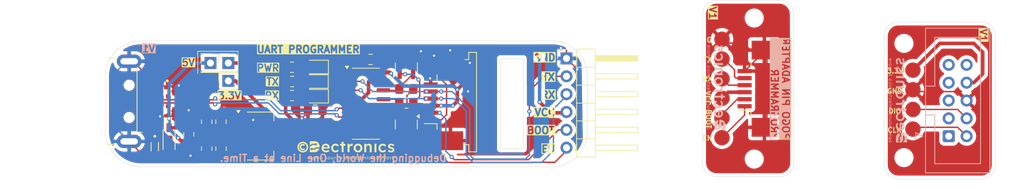
<source format=kicad_pcb>
(kicad_pcb (version 20240108) (generator "pcbnew") (generator_version "8.0")
  (layers (0 "F.Cu" signal) (31 "B.Cu" signal) (34 "B.Paste" user) (35 "F.Paste" user) (36 "B.SilkS" user "B.Silkscreen") (37 "F.SilkS" user "F.Silkscreen") (38 "B.Mask" user) (39 "F.Mask" user) (44 "Edge.Cuts" user))
  (net 0 "")
  (net 1 "VCC")
  (net 2 "GND")
  (net 3 "+3.3V")
  (net 4 "+5V")
  (net 5 "BOOT")
  (net 6 "EN")
  (net 7 "Net-(Q1-B)")
  (net 8 "Net-(Q1-E)")
  (net 9 "Net-(Q2-B)")
  (net 10 "Net-(Q2-E)")
  (net 18 "Net-(D1-A)")
  (net 19 "Net-(D2-A)")
  (net 20 "Net-(D3-A)")
  (net 21 "/D_N")
  (net 22 "/D_P")
  (net 23 "RX")
  (net 24 "TX")
  (net 25 "Net-(J1-VBUS)")
  (net 26 "Net-(D4-PadC)")
  (footprint "Connector_FFC-FPC:TE_84953-6_1x06-1MP_P1.0mm_Horizontal" (layer "F.Cu") (at 205.121002 96.1354 90)
    (property "Reference" "J3" (hide yes))
    (property "Value" "Conn_01x06_MountingPin")
  )
  (footprint "Capacitor_SMD:C_0805_2012Metric_Pad1.18x1.45mm_HandSolder" (layer "F.Cu") (at 129.032 100.838 90)
    (property "Reference" "C3" (hide yes))
    (property "Value" "10uF")
  )
  (footprint "Pogo-Pin 3.5mm:HARWIN_P70-1000045R" (layer "F.Cu") (at 227.203 93.4974)
    (property "Reference" "J14" (hide yes))
    (property "Value" "Conn_01x01_Pin")
  )
  (footprint "Drawings_Customs:Dectronics_Sub_12mm" (layer "F.Cu") (at 147.6248 104.9528)
    (property "Reference" "G***" (hide yes))
    (property "Value" "LOGO" (hide yes))
  )
  (footprint "1N5819HW-7-F:SOD3715X145N" (layer "F.Cu") (at 121.666 103.378 -90)
    (property "Reference" "D4" (hide yes))
    (property "Value" "1N5819HW-7-F")
  )
  (footprint "Connector_USB:USB_A_CNCTech_1001-011-01101_Horizontal" (layer "F.Cu") (at 109.1004 97.9336 180)
    (property "Reference" "J1" (hide yes))
    (property "Value" "USB_A")
  )
  (footprint "Pogo-Pin 3.5mm:HARWIN_P70-1000045R" (layer "F.Cu") (at 200.113002 103.1054)
    (property "Reference" "J5" (hide yes))
    (property "Value" "Conn_01x01_Pin")
  )
  (footprint "Pogo-Pin 3.5mm:HARWIN_P70-1000045R" (layer "F.Cu") (at 227.203 96.2794)
    (property "Reference" "J13" (hide yes))
    (property "Value" "Conn_01x01_Pin")
  )
  (footprint "Capacitor_SMD:C_0805_2012Metric_Pad1.18x1.45mm_HandSolder" (layer "F.Cu") (at 127 100.838 90)
    (property "Reference" "C4" (hide yes))
    (property "Value" "0.1uF")
  )
  (footprint "Pogo-Pin 3.5mm:HARWIN_P70-1000045R" (layer "F.Cu") (at 227.203 99.0854)
    (property "Reference" "J12" (hide yes))
    (property "Value" "Conn_01x01_Pin")
  )
  (footprint "LESD5D5.0CT1G:TVS_LESD5D5.0CT1G" (layer "F.Cu") (at 121.412 96.52 -90)
    (property "Reference" "D5" (hide yes))
    (property "Value" "LESD5D5.0CT1G")
  )
  (footprint "Resistor_SMD:R_0805_2012Metric_Pad1.20x1.40mm_HandSolder" (layer "F.Cu") (at 155.321 98.1686)
    (property "Reference" "R1" (hide yes))
    (property "Value" "10kΩ")
  )
  (footprint "Pogo-Pin 3.5mm:HARWIN_P70-1000045R" (layer "F.Cu") (at 200.113002 94.7174)
    (property "Reference" "J8" (hide yes))
    (property "Value" "Conn_01x01_Pin")
  )
  (footprint "Resistor_SMD:R_0805_2012Metric_Pad1.20x1.40mm_HandSolder" (layer "F.Cu") (at 155.321 96.1686)
    (property "Reference" "R2" (hide yes))
    (property "Value" "10kΩ")
  )
  (footprint "Capacitor_SMD:C_0805_2012Metric_Pad1.18x1.45mm_HandSolder" (layer "F.Cu") (at 129.032 104.648 -90)
    (property "Reference" "C6" (hide yes))
    (property "Value" "0.1uF")
  )
  (footprint "Resistor_SMD:R_0805_2012Metric" (layer "F.Cu") (at 139.1254 95.1136)
    (property "Reference" "R4" (hide yes))
    (property "Value" "1k")
  )
  (footprint "Fuse:Fuse_0805_2012Metric" (layer "F.Cu") (at 124.46 102.616 -90)
    (property "Reference" "F1" (hide yes))
    (property "Value" "Fuse_Small")
  )
  (footprint "Pogo-Pin 3.5mm:HARWIN_P70-1000045R" (layer "F.Cu") (at 200.113002 89.1054)
    (property "Reference" "J10" (hide yes))
    (property "Value" "Conn_01x01_Pin")
  )
  (footprint "Package_TO_SOT_SMD:SOT-23" (layer "F.Cu") (at 155.321 101.2311 -90)
    (property "Reference" "Q2" (hide yes))
    (property "Value" "MMBT3904")
  )
  (footprint "Capacitor_SMD:C_0805_2012Metric_Pad1.18x1.45mm_HandSolder" (layer "F.Cu") (at 142.4004 99.1836)
    (property "Reference" "C1" (hide yes))
    (property "Value" "100nF")
  )
  (footprint "Capacitor_SMD:C_0805_2012Metric_Pad1.18x1.45mm_HandSolder" (layer "F.Cu") (at 127 104.648 -90)
    (property "Reference" "C5" (hide yes))
    (property "Value" "10uF")
  )
  (footprint "Pogo-Pin 3.5mm:HARWIN_P70-1000045R" (layer "F.Cu") (at 200.113002 100.3054)
    (property "Reference" "J6" (hide yes))
    (property "Value" "Conn_01x01_Pin")
  )
  (footprint "Connector_FFC-FPC:TE_84953-6_1x06-1MP_P1.0mm_Horizontal" (layer "F.Cu") (at 160.583 98.044 90)
    (property "Reference" "J4" (hide yes))
    (property "Value" "Conn_01x06_MountingPin")
  )
  (footprint "Capacitor_SMD:C_0805_2012Metric_Pad1.18x1.45mm_HandSolder" (layer "F.Cu") (at 150.2504 91.9686 180)
    (property "Reference" "C2" (hide yes))
    (property "Value" "100nF")
  )
  (footprint "test:VoltageJumper" (layer "F.Cu") (at 129.3334 91.7414)
    (property "Reference" "JP1" (hide yes))
    (property "Value" "Jumper_3_Open")
  )
  (footprint "Resistor_SMD:R_0805_2012Metric" (layer "F.Cu") (at 139.1004 93.0836)
    (property "Reference" "R3" (hide yes))
    (property "Value" "750")
  )
  (footprint "Resistor_SMD:R_0805_2012Metric" (layer "F.Cu") (at 139.1129 97.1136)
    (property "Reference" "R5" (hide yes))
    (property "Value" "1k")
  )
  (footprint "Connector_PinHeader_2.54mm:PinHeader_1x06_P2.54mm_Horizontal" (layer "F.Cu") (at 178.05 91.83)
    (property "Reference" "J2" (hide yes))
    (property "Value" "Conn_01x06_Pin")
  )
  (footprint "LED_SMD:LED_0805_2012Metric" (layer "F.Cu") (at 142.5812 93.0412 180)
    (property "Reference" "D1" (hide yes))
    (property "Value" "LED")
  )
  (footprint "Pogo-Pin 3.5mm:HARWIN_P70-1000045R" (layer "F.Cu") (at 200.113002 97.5054)
    (property "Reference" "J7" (hide yes))
    (property "Value" "Conn_01x01_Pin")
  )
  (footprint "Pogo-Pin 3.5mm:HARWIN_P70-1000045R" (layer "F.Cu") (at 200.113002 91.9234)
    (property "Reference" "J9" (hide yes))
    (property "Value" "Conn_01x01_Pin")
  )
  (footprint "LESD5D5.0CT1G:TVS_LESD5D5.0CT1G" (layer "F.Cu") (at 119.634 104.394 -90)
    (property "Reference" "D7" (hide yes))
    (property "Value" "LESD5D5.0CT1G")
  )
  (footprint "Pogo-Pin 3.5mm:HARWIN_P70-1000045R" (layer "F.Cu") (at 227.203 101.8794)
    (property "Reference" "J11" (hide yes))
    (property "Value" "Conn_01x01_Pin")
  )
  (footprint "Package_SO:SOIC-16_3.9x9.9mm_P1.27mm" (layer "F.Cu") (at 149.606 98.2686)
    (property "Reference" "U1" (hide yes))
    (property "Value" "CH340C")
  )
  (footprint "Package_TO_SOT_SMD:SOT-223-3_TabPin2" (layer "F.Cu") (at 134.62 102.87)
    (property "Reference" "U2" (hide yes))
    (property "Value" "AMS1117-3.3")
  )
  (footprint "LED_SMD:LED_0805_2012Metric" (layer "F.Cu") (at 142.5629 95.1136 180)
    (property "Reference" "D2" (hide yes))
    (property "Value" "LED")
  )
  (footprint "LESD5D5.0CT1G:TVS_LESD5D5.0CT1G" (layer "F.Cu") (at 121.412 99.314 90)
    (property "Reference" "D6" (hide yes))
    (property "Value" "LESD5D5.0CT1G")
  )
  (footprint "Package_TO_SOT_SMD:SOT-23" (layer "F.Cu") (at 155.3323 93.091 90)
    (property "Reference" "Q1" (hide yes))
    (property "Value" "MMBT3904")
  )
  (footprint "LED_SMD:LED_0805_2012Metric" (layer "F.Cu") (at 142.5812 97.2068 180)
    (property "Reference" "D3" (hide yes))
    (property "Value" "LED")
  )
  (footprint "MountingHole:MountingHole_2.2mm_M2" (layer "B.Cu") (at 204.685002 106.1474 180)
    (property "Reference" "H2" (hide yes))
    (property "Value" "MountingHole")
  )
  (footprint "MountingHole:MountingHole_2.2mm_M2" (layer "B.Cu") (at 225.933 89.6874 180)
    (property "Reference" "H3" (hide yes))
    (property "Value" "MountingHole")
  )
  (footprint "Connector_IDC:IDC-Header_2x05_P2.54mm_Vertical" (layer "B.Cu") (at 232.283 102.8954)
    (property "Reference" "J19" (hide yes))
    (property "Value" "Conn_02x05_Odd_Even")
  )
  (footprint "MountingHole:MountingHole_2.2mm_M2" (layer "B.Cu") (at 204.685002 86.0814 180)
    (property "Reference" "H1" (hide yes))
    (property "Value" "MountingHole")
  )
  (footprint "Drawings_Customs:Dectronics_Sub_12mm" (layer "B.Cu") (at 225.0186 97.79 90)
    (property "Reference" "G***" (hide yes))
    (property "Value" "LOGO" (hide yes))
  )
  (footprint "Drawings_Customs:Dectronics_Sub_12mm" (layer "B.Cu") (at 199.249402 95.9366 90)
    (property "Reference" "G***" (hide yes))
    (property "Value" "LOGO" (hide yes))
  )
  (footprint "MountingHole:MountingHole_2.2mm_M2" (layer "B.Cu") (at 225.933 105.9434 180)
    (property "Reference" "H4" (hide yes))
    (property "Value" "MountingHole")
  )
  (gr_line (start 125.73 93.98) (end 125.73 90.805) (stroke (width 0.1)) (layer "F.SilkS"))
  (gr_line (start 125.73 90.805) (end 131.445 90.805) (stroke (width 0.1)) (layer "F.SilkS"))
  (gr_line (start 131.445 90.805) (end 131.445 96.52) (stroke (width 0.1)) (layer "F.SilkS"))
  (gr_arc (start 117.6504 107.2336) (mid 114.114866 105.769134) (end 112.6504 102.2336) (stroke (width 0.05)) (layer "Edge.Cuts"))
  (gr_line (start 208.241002 83.5414) (end 199.351002 83.5414) (stroke (width 0.05)) (layer "Edge.Cuts"))
  (gr_arc (start 112.6504 94.3336) (mid 114.114866 90.798066) (end 117.6504 89.3336) (stroke (width 0.05)) (layer "Edge.Cuts"))
  (gr_line (start 117.6504 107.2336) (end 176 107.2336) (stroke (width 0.05)) (layer "Edge.Cuts"))
  (gr_arc (start 225.139 108.9914) (mid 223.724788 108.405612) (end 223.139 106.9914) (stroke (width 0.05)) (layer "Edge.Cuts"))
  (gr_arc (start 176 89.3336) (mid 179.535534 90.798066) (end 181 94.3336) (stroke (width 0.05)) (layer "Edge.Cuts"))
  (gr_line (start 176 89.3336) (end 117.6504 89.3336) (stroke (width 0.05)) (layer "Edge.Cuts"))
  (gr_arc (start 223.139 88.6394) (mid 223.724786 87.225186) (end 225.139 86.6394) (stroke (width 0.05)) (layer "Edge.Cuts"))
  (gr_arc (start 181 102.2336) (mid 179.535534 105.769134) (end 176 107.2336) (stroke (width 0.05)) (layer "Edge.Cuts"))
  (gr_line (start 199.351002 108.6554) (end 208.305002 108.6554) (stroke (width 0.05)) (layer "Edge.Cuts"))
  (gr_line (start 236.887 86.6394) (end 225.139 86.6394) (stroke (width 0.05)) (layer "Edge.Cuts"))
  (gr_rect (start 168.6814 91.875) (end 171.9334 104.7012) (stroke (width 0.05)) (fill none) (layer "Edge.Cuts"))
  (gr_line (start 181 94.3336) (end 181 102.2336) (stroke (width 0.05)) (layer "Edge.Cuts"))
  (gr_arc (start 199.351002 108.6554) (mid 197.936788 108.069614) (end 197.351002 106.6554) (stroke (width 0.05)) (layer "Edge.Cuts"))
  (gr_line (start 225.139 108.9914) (end 236.887 108.9914) (stroke (width 0.05)) (layer "Edge.Cuts"))
  (gr_arc (start 236.887 86.6394) (mid 238.301214 87.225186) (end 238.887 88.6394) (stroke (width 0.05)) (layer "Edge.Cuts"))
  (gr_line (start 210.305002 106.6554) (end 210.241002 85.5414) (stroke (width 0.05)) (layer "Edge.Cuts"))
  (gr_arc (start 197.351002 85.5414) (mid 197.936788 84.127186) (end 199.351002 83.5414) (stroke (width 0.05)) (layer "Edge.Cuts"))
  (gr_arc (start 210.305002 106.6554) (mid 209.719216 108.069614) (end 208.305002 108.6554) (stroke (width 0.05)) (layer "Edge.Cuts"))
  (gr_line (start 112.6504 94.3336) (end 112.6504 102.2336) (stroke (width 0.05)) (layer "Edge.Cuts"))
  (gr_line (start 197.351002 85.5414) (end 197.351002 106.6554) (stroke (width 0.05)) (layer "Edge.Cuts"))
  (gr_line (start 238.887 106.9914) (end 238.887 88.6394) (stroke (width 0.05)) (layer "Edge.Cuts"))
  (gr_arc (start 238.887 106.9914) (mid 238.301213 108.405613) (end 236.887 108.9914) (stroke (width 0.05)) (layer "Edge.Cuts"))
  (gr_line (start 223.139 88.6394) (end 223.139 106.9914) (stroke (width 0.05)) (layer "Edge.Cuts"))
  (gr_arc (start 208.241002 83.5414) (mid 209.655216 84.127186) (end 210.241002 85.5414) (stroke (width 0.05)) (layer "Edge.Cuts"))
  (gr_text "V1" (at 119.7864 91.0336 0) (layer "B.SilkS" knockout) (effects (font (size 1 1) (thickness 0.2) (bold yes)) (justify left bottom mirror)))
  (gr_text "Debugging the World, One Line at a Time." (at 161.1376 106.6038 -0) (layer "B.SilkS") (effects (font (size 1 1) (thickness 0.2) (bold yes)) (justify left bottom mirror)))
  (gr_text "POGO PIN ADAPTER\nPROGRAMMER" (at 206.971002 103.582 -90) (layer "B.SilkS" knockout) (effects (font (size 1 1) (thickness 0.2) (bold yes)) (justify left bottom mirror)))
  (gr_text "3.3V" (at 223.4438 94.0054 -0) (layer "F.SilkS") (effects (font (size 0.7 0.7) (thickness 0.14) (bold yes)) (justify left bottom)))
  (gr_text "3.3V" (at 128.4732 97.7138 0) (layer "F.SilkS" knockout) (effects (font (size 1 1) (thickness 0.2) (bold yes)) (justify left bottom)))
  (gr_text "UART PROGRAMMER" (at 133.985 91.1352 0) (layer "F.SilkS" knockout) (effects (font (size 1 1) (thickness 0.25) (bold yes)) (justify left bottom)))
  (gr_text "CLK" (at 223.52 102.4382 -0) (layer "F.SilkS") (effects (font (size 0.7 0.7) (thickness 0.14) (bold yes)) (justify left bottom)))
  (gr_text "RX" (at 174.3 97.6 0) (layer "F.SilkS" knockout) (effects (font (size 1 1) (thickness 0.25) (bold yes)) (justify left bottom)))
  (gr_text "TX" (at 135.3566 95.7326 0) (layer "F.SilkS" knockout) (effects (font (size 1 1) (thickness 0.2) (bold yes)) (justify left bottom)))
  (gr_text "VCC" (at 197.700002 96.3938 -90) (layer "F.SilkS") (effects (font (size 0.7 0.7) (thickness 0.14) (bold yes)) (justify left bottom)))
  (gr_text "5V" (at 123.3424 93.0148 0) (layer "F.SilkS" knockout) (effects (font (size 1 1) (thickness 0.2) (bold yes)) (justify left bottom)))
  (gr_text "PWR" (at 133.9929 93.7786 0) (layer "F.SilkS" knockout) (effects (font (size 1 1) (thickness 0.2) (bold yes)) (justify left bottom)))
  (gr_text "EN" (at 197.268202 103.582 -0) (layer "F.SilkS") (effects (font (size 0.7 0.7) (thickness 0.14) (bold yes)) (justify left bottom)))
  (gr_text "V1" (at 198.208002 84.3288 -90) (layer "F.SilkS" knockout) (effects (font (size 1 1) (thickness 0.2) (bold yes)) (justify left bottom)))
  (gr_text "BOOT" (at 197.801602 99.01 -90) (layer "F.SilkS") (effects (font (size 0.7 0.7) (thickness 0.14) (bold yes)) (justify left bottom)))
  (gr_text "TX" (at 197.420602 92.406 -0) (layer "F.SilkS") (effects (font (size 0.7 0.7) (thickness 0.14) (bold yes)) (justify left bottom)))
  (gr_text "TX" (at 174.5 95.05 0) (layer "F.SilkS" knockout) (effects (font (size 1 1) (thickness 0.25) (bold yes)) (justify left bottom)))
  (gr_text "GND" (at 173.25 92.3 0) (layer "F.SilkS" knockout) (effects (font (size 1 1) (thickness 0.25) (bold yes)) (justify left bottom)))
  (gr_text "EN" (at 174.35 105.3 0) (layer "F.SilkS" knockout) (effects (font (size 1 1) (thickness 0.25) (bold yes)) (justify left bottom)))
  (gr_text "RX" (at 135.128 97.7138 0) (layer "F.SilkS" knockout) (effects (font (size 1 1) (thickness 0.2) (bold yes)) (justify left bottom)))
  (gr_text "G" (at 197.852402 89.612 -0) (layer "F.SilkS") (effects (font (size 0.7 0.7) (thickness 0.14) (bold yes)) (justify left bottom)))
  (gr_text "©" (at 139.6492 105.0544 0) (layer "F.SilkS") (effects (font (size 1 1) (thickness 0.2) (bold yes)) (justify left bottom)))
  (gr_text "DIO" (at 223.647 99.7458 -0) (layer "F.SilkS") (effects (font (size 0.7 0.7) (thickness 0.14) (bold yes)) (justify left bottom)))
  (gr_text "RX" (at 197.293602 95.1492 -0) (layer "F.SilkS") (effects (font (size 0.7 0.7) (thickness 0.14) (bold yes)) (justify left bottom)))
  (gr_text "V1" (at 236.601 87.503 -90) (layer "F.SilkS" knockout) (effects (font (size 1 1) (thickness 0.2) (bold yes)) (justify left bottom)))
  (gr_text "VCC" (at 173.4 100.1 0) (layer "F.SilkS" knockout) (effects (font (size 1 1) (thickness 0.25) (bold yes)) (justify left bottom)))
  (gr_text "BOOT" (at 172.3 102.65 0) (layer "F.SilkS" knockout) (effects (font (size 1 1) (thickness 0.25) (bold yes)) (justify left bottom)))
  (gr_text "GND" (at 223.4438 96.901 -0) (layer "F.SilkS") (effects (font (size 0.7 0.7) (thickness 0.14) (bold yes)) (justify left bottom)))
  (segment (start 203.321002 98.6354) (end 203.321002 99.8974) (width 0.2) (layer "F.Cu") (net 0))
  (segment (start 233.553 99.0854) (end 227.203 99.0854) (width 0.2) (layer "F.Cu") (net 0))
  (segment (start 234.823 100.3554) (end 233.553 99.0854) (width 0.2) (layer "F.Cu") (net 0))
  (segment (start 201.891002 93.4474) (end 201.891002 94.4054) (width 0.2) (layer "F.Cu") (net 0))
  (segment (start 237.109 94.0054) (end 237.109 90.9574) (width 0.5) (layer "F.Cu") (net 0))
  (segment (start 201.891002 94.4054) (end 202.121002 94.6354) (width 0.2) (layer "F.Cu") (net 0))
  (segment (start 203.321002 97.6354) (end 202.275002 97.6354) (width 0.2) (layer "F.Cu") (net 0))
  (segment (start 206.339002 90.6454) (end 204.169002 90.6454) (width 0.2) (layer "F.Cu") (net 0))
  (segment (start 203.321002 99.8974) (end 200.113002 103.1054) (width 0.2) (layer "F.Cu") (net 0))
  (segment (start 202.275002 97.6354) (end 200.113002 99.7974) (width 0.2) (layer "F.Cu") (net 0))
  (segment (start 200.367002 91.9234) (end 201.891002 93.4474) (width 0.2) (layer "F.Cu") (net 0))
  (segment (start 227.469 96.5454) (end 227.203 96.2794) (width 0.2) (layer "F.Cu") (net 0))
  (segment (start 206.489002 101.6254) (end 206.489002 90.6454) (width 0.2) (layer "F.Cu") (net 0))
  (segment (start 200.113002 99.7974) (end 200.113002 100.3054) (width 0.2) (layer "F.Cu") (net 0))
  (segment (start 227.711 94.0054) (end 227.203 93.4974) (width 0.2) (layer "F.Cu") (net 0))
  (segment (start 235.839 95.2754) (end 237.109 94.0054) (width 0.5) (layer "F.Cu") (net 0))
  (segment (start 200.645002 89.6374) (end 200.113002 89.1054) (width 0.2) (layer "F.Cu") (net 0))
  (segment (start 206.121002 90.8354) (end 203.321002 93.6354) (width 0.2) (layer "F.Cu") (net 0))
  (segment (start 234.823 97.8154) (end 233.553 96.5454) (width 0.2) (layer "F.Cu") (net 0))
  (segment (start 204.169002 90.6454) (end 203.161002 89.6374) (width 0.2) (layer "F.Cu") (net 0))
  (segment (start 203.161002 89.6374) (end 200.645002 89.6374) (width 0.2) (layer "F.Cu") (net 0))
  (segment (start 234.823 95.2754) (end 235.839 95.2754) (width 0.5) (layer "F.Cu") (net 0))
  (segment (start 200.113002 91.9234) (end 200.367002 91.9234) (width 0.2) (layer "F.Cu") (net 0))
  (segment (start 234.823 102.8954) (end 233.553 101.6254) (width 0.2) (layer "F.Cu") (net 0))
  (segment (start 200.983002 96.6354) (end 200.113002 97.5054) (width 0.5) (layer "F.Cu") (net 0))
  (segment (start 237.109 90.9574) (end 235.839 89.6874) (width 0.5) (layer "F.Cu") (net 0))
  (segment (start 201.043002 95.6354) (end 200.113002 94.7054) (width 0.2) (layer "F.Cu") (net 0))
  (segment (start 203.321002 95.6354) (end 201.043002 95.6354) (width 0.2) (layer "F.Cu") (net 0))
  (segment (start 206.121002 90.6454) (end 206.121002 90.8354) (width 0.2) (layer "F.Cu") (net 0))
  (segment (start 233.553 101.6254) (end 227.457 101.6254) (width 0.2) (layer "F.Cu") (net 0))
  (segment (start 206.489002 90.8354) (end 206.489002 90.6454) (width 0.2) (layer "F.Cu") (net 0))
  (segment (start 233.553 96.5454) (end 227.469 96.5454) (width 0.2) (layer "F.Cu") (net 0))
  (segment (start 231.013 89.6874) (end 227.203 93.4974) (width 0.5) (layer "F.Cu") (net 0))
  (segment (start 227.457 101.6254) (end 227.203 101.8794) (width 0.2) (layer "F.Cu") (net 0))
  (segment (start 203.321002 96.6354) (end 200.983002 96.6354) (width 0.5) (layer "F.Cu") (net 0))
  (segment (start 235.839 89.6874) (end 231.013 89.6874) (width 0.5) (layer "F.Cu") (net 0))
  (segment (start 202.121002 94.6354) (end 203.321002 94.6354) (width 0.2) (layer "F.Cu") (net 0))
  (segment (start 160.274 98.552) (end 158.791 98.552) (width 0.5) (layer "F.Cu") (net 1))
  (segment (start 151.2879 93.0305) (end 152.081 93.8236) (width 0.5) (layer "F.Cu") (net 1))
  (segment (start 138.2004 99.5924) (end 140.208 101.6) (width 0.5) (layer "F.Cu") (net 1))
  (segment (start 151.2879 91.9686) (end 151.2879 93.0305) (width 0.5) (layer "F.Cu") (net 1))
  (segment (start 140.208 101.6) (end 141.986 101.6) (width 0.5) (layer "F.Cu") (net 1))
  (segment (start 138.1879 97.1011) (end 138.2004 97.1136) (width 0.5) (layer "F.Cu") (net 1))
  (segment (start 143.4379 100.1481) (end 143.4379 99.1836) (width 0.5) (layer "F.Cu") (net 1))
  (segment (start 168.148 90.678) (end 173.228 90.678) (width 0.5) (layer "F.Cu") (net 1))
  (segment (start 158.791 98.552) (end 158.783 98.544) (width 0.5) (layer "F.Cu") (net 1))
  (segment (start 138.2004 97.1136) (end 138.2004 99.5924) (width 0.5) (layer "F.Cu") (net 1))
  (segment (start 173.228 90.678) (end 174.244 91.694) (width 0.5) (layer "F.Cu") (net 1))
  (segment (start 174.244 98.044) (end 175.768 99.568) (width 0.5) (layer "F.Cu") (net 1))
  (segment (start 149.975 96.674261) (end 149.975 95.135) (width 0.5) (layer "F.Cu") (net 1))
  (segment (start 149.975 95.135) (end 151.2864 93.8236) (width 0.5) (layer "F.Cu") (net 1))
  (segment (start 143.4379 99.1836) (end 144.9879 97.6336) (width 0.5) (layer "F.Cu") (net 1))
  (segment (start 141.986 101.6) (end 143.4379 100.1481) (width 0.5) (layer "F.Cu") (net 1))
  (segment (start 138.1879 93.0836) (end 138.1879 97.1011) (width 0.5) (layer "F.Cu") (net 1))
  (segment (start 151.2864 93.8236) (end 152.081 93.8236) (width 0.5) (layer "F.Cu") (net 1))
  (segment (start 147.131 97.6336) (end 149.015661 97.6336) (width 0.5) (layer "F.Cu") (net 1))
  (segment (start 162.56 96.266) (end 168.148 90.678) (width 0.5) (layer "F.Cu") (net 1))
  (segment (start 144.9879 97.6336) (end 147.131 97.6336) (width 0.5) (layer "F.Cu") (net 1))
  (segment (start 162.56 97.916635) (end 162.56 96.266) (width 0.5) (layer "F.Cu") (net 1))
  (segment (start 152.081 93.8236) (end 153.0056 93.8236) (width 0.5) (layer "F.Cu") (net 1))
  (segment (start 153.0056 93.8236) (end 153.162 93.98) (width 0.5) (layer "F.Cu") (net 1))
  (segment (start 137.5857 92.4814) (end 138.1879 93.0836) (width 0.5) (layer "F.Cu") (net 1))
  (segment (start 151.6104 93.8236) (end 152.7254 93.8236) (width 0.2) (layer "F.Cu") (net 1))
  (segment (start 175.768 99.568) (end 177.932 99.568) (width 0.5) (layer "F.Cu") (net 1))
  (segment (start 177.932 99.568) (end 178.05 99.45) (width 0.5) (layer "F.Cu") (net 1))
  (segment (start 161.924635 98.552) (end 162.56 97.916635) (width 0.5) (layer "F.Cu") (net 1))
  (segment (start 130.0734 92.4814) (end 137.5857 92.4814) (width 0.5) (layer "F.Cu") (net 1))
  (segment (start 149.015661 97.6336) (end 149.975 96.674261) (width 0.5) (layer "F.Cu") (net 1))
  (via (at 153.162 93.98) (size 0.6) (drill 0.3) (layers "F.Cu" "B.Cu") (net 1))
  (via (at 161.924635 98.552) (size 0.6) (drill 0.3) (layers "F.Cu" "B.Cu") (net 1))
  (via (at 160.274 98.552) (size 0.6) (drill 0.3) (layers "F.Cu" "B.Cu") (net 1))
  (via (at 162.56 96.266) (size 0.6) (drill 0.3) (layers "F.Cu" "B.Cu") (net 1))
  (via (at 174.244 98.044) (size 0.6) (drill 0.3) (layers "F.Cu" "B.Cu") (net 1))
  (via (at 174.244 91.694) (size 0.6) (drill 0.3) (layers "F.Cu" "B.Cu") (net 1))
  (segment (start 162.052 95.758) (end 162.306 96.012) (width 0.5) (layer "B.Cu") (net 1))
  (segment (start 161.924635 98.552) (end 160.274 98.552) (width 0.5) (layer "B.Cu") (net 1))
  (segment (start 154.94 95.758) (end 162.052 95.758) (width 0.5) (layer "B.Cu") (net 1))
  (segment (start 153.162 93.98) (end 154.94 95.758) (width 0.5) (layer "B.Cu") (net 1))
  (segment (start 162.306 96.012) (end 162.56 96.266) (width 0.5) (layer "B.Cu") (net 1))
  (segment (start 174.244 91.694) (end 174.244 98.044) (width 0.5) (layer "B.Cu") (net 1))
  (segment (start 131.572 100.584) (end 133.604 100.584) (width 0.2) (layer "F.Cu") (net 2))
  (segment (start 149.2129 91.9686) (end 149.2129 92.3861) (width 0.2) (layer "F.Cu") (net 2))
  (segment (start 161.583 90.717) (end 161.544 90.678) (width 0.5) (layer "F.Cu") (net 2))
  (segment (start 178.05 90.65) (end 177.9 90.5) (width 0.2) (layer "F.Cu") (net 2))
  (segment (start 120.498 99.974) (end 120.396 100.076) (width 0.2) (layer "F.Cu") (net 2))
  (segment (start 120.4308 96.114) (end 118.7504 94.4336) (width 0.2) (layer "F.Cu") (net 2))
  (segment (start 119.634 105.054) (end 117.4208 105.054) (width 0.2) (layer "F.Cu") (net 2))
  (segment (start 158.783 94.7496) (end 158.6992 94.6658) (width 0.2) (layer "F.Cu") (net 2))
  (segment (start 131.558 100.57) (end 131.572 100.584) (width 0.2) (layer "F.Cu") (net 2))
  (segment (start 177.9 90.5) (end 177.75 90.35) (width 0.2) (layer "F.Cu") (net 2))
  (segment (start 121.412 95.86) (end 122.874 95.86) (width 0.2) (layer "F.Cu") (net 2))
  (segment (start 177.75 90.35) (end 177.25 90.35) (width 0.2) (layer "F.Cu") (net 2))
  (segment (start 127 105.6855) (end 124.7355 105.6855) (width 0.2) (layer "F.Cu") (net 2))
  (segment (start 178.05 91.83) (end 178.05 91.85) (width 0.2) (layer "F.Cu") (net 2))
  (segment (start 124.7355 105.6855) (end 124.714 105.664) (width 0.2) (layer "F.Cu") (net 2))
  (segment (start 146.0404 93.8236) (end 147.7754 93.8236) (width 0.2) (layer "F.Cu") (net 2))
  (segment (start 129.032 105.6855) (end 127 105.6855) (width 0.2) (layer "F.Cu") (net 2))
  (segment (start 117.4208 105.054) (end 116.0004 103.6336) (width 0.2) (layer "F.Cu") (net 2))
  (segment (start 161.583 92.554) (end 160.372 92.554) (width 0.5) (layer "F.Cu") (net 2))
  (segment (start 140.4934 100.3614) (end 141.3629 99.4919) (width 0.2) (layer "F.Cu") (net 2))
  (segment (start 130.7005 99.8005) (end 131.47 100.57) (width 0.2) (layer "F.Cu") (net 2))
  (segment (start 178.05 91.85) (end 179.6 93.4) (width 0.2) (layer "F.Cu") (net 2))
  (segment (start 131.47 100.57) (end 131.558 100.57) (width 0.2) (layer "F.Cu") (net 2))
  (segment (start 118.7504 94.4336) (end 121.8004 94.4336) (width 0.2) (layer "F.Cu") (net 2))
  (segment (start 118.7504 94.4336) (end 116.5504 92.2336) (width 0.2) (layer "F.Cu") (net 2))
  (segment (start 116.5504 92.2336) (end 116.0004 92.2336) (width 0.2) (layer "F.Cu") (net 2))
  (segment (start 161.583 92.554) (end 161.583 90.717) (width 0.5) (layer "F.Cu") (net 2))
  (segment (start 149.2129 92.3861) (end 147.7754 93.8236) (width 0.2) (layer "F.Cu") (net 2))
  (segment (start 121.412 99.974) (end 120.498 99.974) (width 0.2) (layer "F.Cu") (net 2))
  (segment (start 161.583 92.554) (end 164.24 92.554) (width 0.5) (layer "F.Cu") (net 2))
  (segment (start 123.6705 99.72) (end 124.138 99.2525) (width 0.2) (layer "F.Cu") (net 2))
  (segment (start 121.412 99.72) (end 123.6705 99.72) (width 0.2) (layer "F.Cu") (net 2))
  (segment (start 122.874 95.86) (end 123.0504 95.6836) (width 0.2) (layer "F.Cu") (net 2))
  (segment (start 145.3054 93.0886) (end 146.0404 93.8236) (width 0.2) (layer "F.Cu") (net 2))
  (segment (start 121.8004 94.4336) (end 123.0504 95.6836) (width 0.2) (layer "F.Cu") (net 2))
  (segment (start 164.24 92.554) (end 164.338 92.456) (width 0.5) (layer "F.Cu") (net 2))
  (segment (start 178.05 91.83) (end 178.05 90.65) (width 0.2) (layer "F.Cu") (net 2))
  (segment (start 141.3629 99.4919) (end 141.3629 99.1836) (width 0.2) (layer "F.Cu") (net 2))
  (segment (start 129.032 99.8005) (end 130.7005 99.8005) (width 0.2) (layer "F.Cu") (net 2))
  (segment (start 121.412 96.114) (end 120.4308 96.114) (width 0.2) (layer "F.Cu") (net 2))
  (segment (start 143.4729 93.0886) (end 145.3054 93.0886) (width 0.2) (layer "F.Cu") (net 2))
  (segment (start 158.783 95.544) (end 158.783 94.7496) (width 0.2) (layer "F.Cu") (net 2))
  (segment (start 127 99.8005) (end 129.032 99.8005) (width 0.2) (layer "F.Cu") (net 2))
  (segment (start 160.372 92.554) (end 159.258 91.44) (width 0.5) (layer "F.Cu") (net 2))
  (via (at 140.4934 100.3614) (size 0.6) (drill 0.3) (layers "F.Cu" "B.Cu") (net 2))
  (via (at 124.4504 99.1961) (size 0.6) (drill 0.3) (layers "F.Cu" "B.Cu") (net 2))
  (via (at 133.604 100.584) (size 0.6) (drill 0.3) (layers "F.Cu" "B.Cu") (net 2))
  (via (at 123.0504 95.6836) (size 0.6) (drill 0.3) (layers "F.Cu" "B.Cu") (net 2))
  (via (at 164.084 96.52) (size 0.6) (drill 0.3) (layers "F.Cu" "B.Cu") (net 2))
  (via (at 161.544 90.678) (size 0.6) (drill 0.3) (layers "F.Cu" "B.Cu") (net 2))
  (via (at 158.6992 94.6658) (size 0.6) (drill 0.3) (layers "F.Cu" "B.Cu") (net 2))
  (via (at 124.714 105.664) (size 0.6) (drill 0.3) (layers "F.Cu" "B.Cu") (net 2))
  (via (at 177.25 90.35) (size 0.6) (drill 0.3) (layers "F.Cu" "B.Cu") (net 2))
  (via (at 159.258 91.44) (size 0.6) (drill 0.3) (layers "F.Cu" "B.Cu") (net 2))
  (via (at 179.6 93.4) (size 0.6) (drill 0.3) (layers "F.Cu" "B.Cu") (net 2))
  (via (at 120.396 100.076) (size 0.6) (drill 0.3) (layers "F.Cu" "B.Cu") (net 2))
  (via (at 157.4038 90.805) (size 0.6) (drill 0.3) (layers "F.Cu" "B.Cu") (net 2))
  (via (at 164.338 92.456) (size 0.6) (drill 0.3) (layers "F.Cu" "B.Cu") (net 2))
  (segment (start 158.6992 92.1004) (end 157.4038 90.805) (width 0.2) (layer "B.Cu") (net 2))
  (segment (start 115.6504 92.2336) (end 114.1004 93.7836) (width 0.2) (layer "B.Cu") (net 2))
  (segment (start 116.0004 92.2336) (end 115.6504 92.2336) (width 0.2) (layer "B.Cu") (net 2))
  (segment (start 124.4504 97.0836) (end 124.4504 99.1961) (width 0.2) (layer "B.Cu") (net 2))
  (segment (start 114.1004 93.7836) (end 114.1004 101.7336) (width 0.2) (layer "B.Cu") (net 2))
  (segment (start 114.1004 101.7336) (end 116.0004 103.6336) (width 0.2) (layer "B.Cu") (net 2))
  (segment (start 123.0504 95.6836) (end 124.4504 97.0836) (width 0.2) (layer "B.Cu") (net 2))
  (segment (start 158.6992 94.6658) (end 158.6992 92.1004) (width 0.2) (layer "B.Cu") (net 2))
  (segment (start 130.0734 95.0214) (end 131.0894 95.0214) (width 0.5) (layer "F.Cu") (net 3))
  (segment (start 134.112 102.87) (end 131.47 102.87) (width 0.5) (layer "F.Cu") (net 3))
  (segment (start 131.0894 95.0214) (end 135.128 99.06) (width 0.5) (layer "F.Cu") (net 3))
  (segment (start 130.4755 101.8755) (end 129.032 101.8755) (width 0.5) (layer "F.Cu") (net 3))
  (segment (start 131.47 102.87) (end 130.4755 101.8755) (width 0.5) (layer "F.Cu") (net 3))
  (segment (start 129.032 101.8755) (end 127 101.8755) (width 0.5) (layer "F.Cu") (net 3))
  (segment (start 135.128 99.06) (end 135.128 101.854) (width 0.5) (layer "F.Cu") (net 3))
  (segment (start 131.47 102.87) (end 137.77 102.87) (width 0.5) (layer "F.Cu") (net 3))
  (segment (start 135.128 101.854) (end 134.112 102.87) (width 0.5) (layer "F.Cu") (net 3))
  (segment (start 130.5915 105.17) (end 129.032 103.6105) (width 0.5) (layer "F.Cu") (net 4))
  (segment (start 131.47 105.17) (end 130.5915 105.17) (width 0.5) (layer "F.Cu") (net 4))
  (segment (start 123.3655 103.5535) (end 122.936 103.124) (width 0.5) (layer "F.Cu") (net 4))
  (segment (start 124.46 103.5535) (end 123.3655 103.5535) (width 0.5) (layer "F.Cu") (net 4))
  (segment (start 128.975 103.5535) (end 129.032 103.6105) (width 0.5) (layer "F.Cu") (net 4))
  (segment (start 124.46 103.5535) (end 128.975 103.5535) (width 0.5) (layer "F.Cu") (net 4))
  (via (at 122.936 103.124) (size 0.6) (drill 0.3) (layers "F.Cu" "B.Cu") (net 4))
  (segment (start 124.6886 92.4814) (end 127.5334 92.4814) (width 0.5) (layer "B.Cu") (net 4))
  (segment (start 121.666 101.854) (end 121.666 95.504) (width 0.5) (layer "B.Cu") (net 4))
  (segment (start 122.936 103.124) (end 121.666 101.854) (width 0.5) (layer "B.Cu") (net 4))
  (segment (start 121.666 95.504) (end 124.6886 92.4814) (width 0.5) (layer "B.Cu") (net 4))
  (segment (start 155.321 102.1686) (end 155.774052 102.1686) (width 0.2) (layer "F.Cu") (net 5))
  (segment (start 162.1346 106.2292) (end 172.6628 106.2292) (width 0.2) (layer "F.Cu") (net 5))
  (segment (start 158.783 99.544) (end 160.0214 99.544) (width 0.2) (layer "F.Cu") (net 5))
  (segment (start 161.7472 105.8418) (end 162.1346 106.2292) (width 0.2) (layer "F.Cu") (net 5))
  (segment (start 157.099 100.843652) (end 157.099 100.028) (width 0.2) (layer "F.Cu") (net 5))
  (segment (start 157.099 100.028) (end 157.583 99.544) (width 0.2) (layer "F.Cu") (net 5))
  (segment (start 172.6628 106.2292) (end 176.902 101.99) (width 0.2) (layer "F.Cu") (net 5))
  (segment (start 176.902 101.99) (end 178.2996 101.99) (width 0.2) (layer "F.Cu") (net 5))
  (segment (start 155.774052 102.1686) (end 157.099 100.843652) (width 0.2) (layer "F.Cu") (net 5))
  (segment (start 160.0214 99.544) (end 160.0454 99.568) (width 0.2) (layer "F.Cu") (net 5))
  (segment (start 157.583 99.544) (end 158.783 99.544) (width 0.2) (layer "F.Cu") (net 5))
  (via (at 161.7472 105.8418) (size 0.6) (drill 0.3) (layers "F.Cu" "B.Cu") (net 5))
  (via (at 160.0454 99.568) (size 0.6) (drill 0.3) (layers "F.Cu" "B.Cu") (net 5))
  (segment (start 160.9344 105.029) (end 160.9344 100.457) (width 0.2) (layer "B.Cu") (net 5))
  (segment (start 161.7472 105.8418) (end 160.9344 105.029) (width 0.2) (layer "B.Cu") (net 5))
  (segment (start 160.9344 100.457) (end 160.0454 99.568) (width 0.2) (layer "B.Cu") (net 5))
  (segment (start 173.1518 106.6038) (end 173.1264 106.6292) (width 0.2) (layer "F.Cu") (net 6))
  (segment (start 160.9382 106.6292) (end 158.783 104.474) (width 0.2) (layer "F.Cu") (net 6))
  (segment (start 155.3323 92.1535) (end 157.6093 92.1535) (width 0.2) (layer "F.Cu") (net 6))
  (segment (start 178.2996 104.53) (end 178.2996 104.7004) (width 0.2) (layer "F.Cu") (net 6))
  (segment (start 161.036 99.822) (end 160.314 100.544) (width 0.2) (layer "F.Cu") (net 6))
  (segment (start 157.6093 92.1535) (end 161.036 95.5802) (width 0.2) (layer "F.Cu") (net 6))
  (segment (start 161.036 95.5802) (end 161.036 99.822) (width 0.2) (layer "F.Cu") (net 6))
  (segment (start 160.314 100.544) (end 158.783 100.544) (width 0.2) (layer "F.Cu") (net 6))
  (segment (start 178.2996 104.7004) (end 176.3962 106.6038) (width 0.2) (layer "F.Cu") (net 6))
  (segment (start 158.783 104.474) (end 158.783 100.544) (width 0.2) (layer "F.Cu") (net 6))
  (segment (start 176.3962 106.6038) (end 173.1518 106.6038) (width 0.2) (layer "F.Cu") (net 6))
  (segment (start 173.1264 106.6292) (end 160.9382 106.6292) (width 0.2) (layer "F.Cu") (net 6))
  (segment (start 154.3823 94.0285) (end 155.1155 94.0285) (width 0.2) (layer "F.Cu") (net 7))
  (segment (start 157.221 95.020017) (end 157.221 97.2686) (width 0.2) (layer "F.Cu") (net 7))
  (segment (start 157.221 97.2686) (end 156.321 98.1686) (width 0.2) (layer "F.Cu") (net 7))
  (segment (start 157.04426 94.843277) (end 157.221 95.020017) (width 0.2) (layer "F.Cu") (net 7))
  (segment (start 155.1155 94.0285) (end 155.1686 94.0816) (width 0.2) (layer "F.Cu") (net 7))
  (via (at 157.04426 94.843277) (size 0.6) (drill 0.3) (layers "F.Cu" "B.Cu") (net 7))
  (via (at 155.1686 94.0816) (size 0.6) (drill 0.3) (layers "F.Cu" "B.Cu") (net 7))
  (segment (start 156.2608 94.107) (end 156.2354 94.0816) (width 0.2) (layer "B.Cu") (net 7))
  (segment (start 156.2354 94.0816) (end 155.1686 94.0816) (width 0.2) (layer "B.Cu") (net 7))
  (segment (start 157.04426 94.843277) (end 156.307983 94.107) (width 0.2) (layer "B.Cu") (net 7))
  (segment (start 156.307983 94.107) (end 156.2608 94.107) (width 0.2) (layer "B.Cu") (net 7))
  (segment (start 152.7454 96.3836) (end 152.7254 96.3636) (width 0.2) (layer "F.Cu") (net 8))
  (segment (start 154.7354 96.3836) (end 152.7454 96.3836) (width 0.2) (layer "F.Cu") (net 8))
  (segment (start 154.321 95.9898) (end 154.321 96.1686) (width 0.2) (layer "F.Cu") (net 8))
  (segment (start 154.1439 95.7921) (end 154.7354 96.3836) (width 0.2) (layer "F.Cu") (net 8))
  (segment (start 156.2823 94.0285) (end 154.321 95.9898) (width 0.2) (layer "F.Cu") (net 8))
  (segment (start 156.271 100.2936) (end 155.421 99.4436) (width 0.2) (layer "F.Cu") (net 9))
  (segment (start 155.421 97.0686) (end 156.321 96.1686) (width 0.2) (layer "F.Cu") (net 9))
  (segment (start 155.421 99.4436) (end 155.421 97.0686) (width 0.2) (layer "F.Cu") (net 9))
  (segment (start 154.4154 97.6336) (end 152.7254 97.6336) (width 0.2) (layer "F.Cu") (net 10))
  (segment (start 154.321 100.2436) (end 154.371 100.2936) (width 0.2) (layer "F.Cu") (net 10))
  (segment (start 154.321 98.1686) (end 154.321 100.2436) (width 0.2) (layer "F.Cu") (net 10))
  (segment (start 140.0129 93.0836) (end 141.5929 93.0836) (width 0.2) (layer "F.Cu") (net 18))
  (segment (start 141.5929 93.0836) (end 141.5979 93.0886) (width 0.2) (layer "F.Cu") (net 18))
  (segment (start 140.0379 95.1136) (end 141.6254 95.1136) (width 0.2) (layer "F.Cu") (net 19))
  (segment (start 140.0254 97.1136) (end 141.5979 97.1136) (width 0.2) (layer "F.Cu") (net 20))
  (segment (start 145.4504 99.9086) (end 145.7154 100.1736) (width 0.2) (layer "F.Cu") (net 21))
  (segment (start 121.666 98.158601) (end 128.000401 98.158601) (width 0.2) (layer "F.Cu") (net 21))
  (segment (start 145.7154 100.1736) (end 147.7754 100.1736) (width 0.2) (layer "F.Cu") (net 21))
  (segment (start 118.7504 98.9336) (end 119.525399 98.158601) (width 0.2) (layer "F.Cu") (net 21))
  (segment (start 128.000401 98.158601) (end 128.2004 98.3586) (width 0.2) (layer "F.Cu") (net 21))
  (segment (start 121.412 98.654) (end 121.412 98.158601) (width 0.2) (layer "F.Cu") (net 21))
  (segment (start 119.525399 98.158601) (end 121.158 98.158601) (width 0.2) (layer "F.Cu") (net 21))
  (segment (start 121.412 98.158601) (end 121.666 98.158601) (width 0.2) (layer "F.Cu") (net 21))
  (segment (start 121.158 98.158601) (end 121.412 98.158601) (width 0.2) (layer "F.Cu") (net 21))
  (via (at 145.4504 99.9086) (size 0.6) (drill 0.3) (layers "F.Cu" "B.Cu") (net 21))
  (via (at 128.2004 98.3586) (size 0.6) (drill 0.3) (layers "F.Cu" "B.Cu") (net 21))
  (segment (start 135.757201 98.158601) (end 137.307201 99.708601) (width 0.2) (layer "B.Cu") (net 21))
  (segment (start 128.2004 98.3586) (end 128.400399 98.158601) (width 0.2) (layer "B.Cu") (net 21))
  (segment (start 137.307201 99.708601) (end 145.250401 99.708601) (width 0.2) (layer "B.Cu") (net 21))
  (segment (start 145.250401 99.708601) (end 145.4504 99.9086) (width 0.2) (layer "B.Cu") (net 21))
  (segment (start 128.400399 98.158601) (end 135.757201 98.158601) (width 0.2) (layer "B.Cu") (net 21))
  (segment (start 128.000401 97.708599) (end 128.2004 97.5086) (width 0.2) (layer "F.Cu") (net 22))
  (segment (start 145.4504 99.0586) (end 145.664003 99.0586) (width 0.2) (layer "F.Cu") (net 22))
  (segment (start 145.664003 99.0586) (end 145.819003 98.9036) (width 0.2) (layer "F.Cu") (net 22))
  (segment (start 121.412 97.708599) (end 128.000401 97.708599) (width 0.2) (layer "F.Cu") (net 22))
  (segment (start 121.412 97.708599) (end 121.412 97.18) (width 0.2) (layer "F.Cu") (net 22))
  (segment (start 145.819003 98.9036) (end 147.7754 98.9036) (width 0.2) (layer "F.Cu") (net 22))
  (segment (start 118.7504 96.9336) (end 119.525399 97.708599) (width 0.2) (layer "F.Cu") (net 22))
  (segment (start 119.525399 97.708599) (end 121.412 97.708599) (width 0.2) (layer "F.Cu") (net 22))
  (via (at 145.4504 99.0586) (size 0.6) (drill 0.3) (layers "F.Cu" "B.Cu") (net 22))
  (via (at 128.2004 97.5086) (size 0.6) (drill 0.3) (layers "F.Cu" "B.Cu") (net 22))
  (segment (start 145.250401 99.258599) (end 145.4504 99.0586) (width 0.2) (layer "B.Cu") (net 22))
  (segment (start 128.400399 97.708599) (end 135.943599 97.708599) (width 0.2) (layer "B.Cu") (net 22))
  (segment (start 128.2004 97.5086) (end 128.400399 97.708599) (width 0.2) (layer "B.Cu") (net 22))
  (segment (start 137.493599 99.258599) (end 145.250401 99.258599) (width 0.2) (layer "B.Cu") (net 22))
  (segment (start 135.943599 97.708599) (end 137.493599 99.258599) (width 0.2) (layer "B.Cu") (net 22))
  (segment (start 148.844 96.3636) (end 144.2229 96.3636) (width 0.2) (layer "F.Cu") (net 23))
  (segment (start 144.2229 96.3636) (end 143.4729 97.1136) (width 0.2) (layer "F.Cu") (net 23))
  (segment (start 160.274 97.544) (end 158.783 97.544) (width 0.2) (layer "F.Cu") (net 23))
  (via (at 158.1658 97.544) (size 0.6) (drill 0.3) (layers "F.Cu" "B.Cu") (net 23))
  (via (at 160.274 97.544) (size 0.6) (drill 0.3) (layers "F.Cu" "B.Cu") (net 23))
  (via (at 148.844 96.3636) (size 0.6) (drill 0.3) (layers "F.Cu" "B.Cu") (net 23))
  (segment (start 164.7996 106.6336) (end 174.5164 106.6336) (width 0.2) (layer "B.Cu") (net 23))
  (segment (start 150.0244 97.544) (end 158.1658 97.544) (width 0.2) (layer "B.Cu") (net 23))
  (segment (start 160.274 97.544) (end 162.06 97.544) (width 0.2) (layer "B.Cu") (net 23))
  (segment (start 162.06 97.544) (end 163.83 99.314) (width 0.2) (layer "B.Cu") (net 23))
  (segment (start 176.1998 104.9502) (end 176.1998 99.0098) (width 0.2) (layer "B.Cu") (net 23))
  (segment (start 163.83 105.664) (end 164.7996 106.6336) (width 0.2) (layer "B.Cu") (net 23))
  (segment (start 176.1998 99.0098) (end 178.2996 96.91) (width 0.2) (layer "B.Cu") (net 23))
  (segment (start 174.5164 106.6336) (end 176.1998 104.9502) (width 0.2) (layer "B.Cu") (net 23))
  (segment (start 148.844 96.3636) (end 150.0244 97.544) (width 0.2) (layer "B.Cu") (net 23))
  (segment (start 163.83 99.314) (end 163.83 105.664) (width 0.2) (layer "B.Cu") (net 23))
  (segment (start 147.7754 95.0936) (end 143.5204 95.0936) (width 0.2) (layer "F.Cu") (net 24))
  (segment (start 143.5204 95.0936) (end 143.5004 95.1136) (width 0.2) (layer "F.Cu") (net 24))
  (segment (start 174.88 94.37) (end 178.2996 94.37) (width 0.2) (layer "F.Cu") (net 24))
  (segment (start 160.274 96.544) (end 158.783 96.544) (width 0.2) (layer "F.Cu") (net 24))
  (segment (start 172.7834 99.3648) (end 172.7834 96.4666) (width 0.2) (layer "F.Cu") (net 24))
  (segment (start 149.098 95.0936) (end 147.7754 95.0936) (width 0.2) (layer "F.Cu") (net 24))
  (segment (start 172.7834 96.4666) (end 174.88 94.37) (width 0.2) (layer "F.Cu") (net 24))
  (segment (start 147.7554 95.1136) (end 147.7754 95.0936) (width 0.2) (layer "F.Cu") (net 24))
  (via (at 158.1912 96.544) (size 0.6) (drill 0.3) (layers "F.Cu" "B.Cu") (net 24))
  (via (at 172.7834 99.3648) (size 0.6) (drill 0.3) (layers "F.Cu" "B.Cu") (net 24))
  (via (at 160.274 96.544) (size 0.6) (drill 0.3) (layers "F.Cu" "B.Cu") (net 24))
  (via (at 149.098 95.0936) (size 0.6) (drill 0.3) (layers "F.Cu" "B.Cu") (net 24))
  (segment (start 164.338 99.06) (end 164.338 105.5878) (width 0.2) (layer "B.Cu") (net 24))
  (segment (start 160.274 96.544) (end 161.822 96.544) (width 0.2) (layer "B.Cu") (net 24))
  (segment (start 150.5484 96.544) (end 158.1912 96.544) (width 0.2) (layer "B.Cu") (net 24))
  (segment (start 161.822 96.544) (end 164.338 99.06) (width 0.2) (layer "B.Cu") (net 24))
  (segment (start 172.7834 105.585528) (end 172.7834 99.3648) (width 0.2) (layer "B.Cu") (net 24))
  (segment (start 172.231928 106.137) (end 172.7834 105.585528) (width 0.2) (layer "B.Cu") (net 24))
  (segment (start 164.8872 106.137) (end 172.231928 106.137) (width 0.2) (layer "B.Cu") (net 24))
  (segment (start 164.338 105.5878) (end 164.8872 106.137) (width 0.2) (layer "B.Cu") (net 24))
  (segment (start 149.098 95.0936) (end 150.5484 96.544) (width 0.2) (layer "B.Cu") (net 24))
  (segment (start 118.7504 101.4336) (end 118.7504 102.8504) (width 0.5) (layer "F.Cu") (net 25))
  (segment (start 121.056 105.156) (end 121.568 105.156) (width 0.5) (layer "F.Cu") (net 25))
  (segment (start 119.634 103.734) (end 121.056 105.156) (width 0.5) (layer "F.Cu") (net 25))
  (segment (start 121.568 105.156) (end 121.666 105.058) (width 0.5) (layer "F.Cu") (net 25))
  (segment (start 118.7504 102.8504) (end 119.634 103.734) (width 0.5) (layer "F.Cu") (net 25))
  (segment (start 121.666 101.698) (end 124.4405 101.698) (width 0.5) (layer "F.Cu") (net 26))
  (segment (start 124.4405 101.698) (end 124.46 101.6785) (width 0.5) (layer "F.Cu") (net 26))
  (zone (net 0) (net_name "") (layer "F.Cu") (priority 2) (connect_pads (clearance 0.5)) (min_thickness 0.25) (fill (thermal_gap 0.5) (thermal_bridge_width 0.5))
    (polygon (pts (xy 239.395 85.6234) (xy 221.615 85.3694) (xy 221.869 110.2614) (xy 240.665 109.7534)))
  )
  (zone (net 0) (net_name "") (layer "F.Cu") (priority 1) (connect_pads (clearance 0.5)) (min_thickness 0.25) (fill (thermal_gap 0.5) (thermal_bridge_width 0.5))
    (polygon (pts (xy 211.035002 83.5414) (xy 196.303002 83.5414) (xy 196.049002 110.2114) (xy 211.035002 109.7034)))
  )
  (zone (net 2) (net_name "GND") (layers "F&B.Cu") (connect_pads (clearance 0.5)) (min_thickness 0.25) (fill yes (thermal_gap 0.5) (thermal_bridge_width 0.5))
    (polygon (pts (xy 111.9504 87.6836) (xy 180.1004 87.9836) (xy 180.4504 109.0836) (xy 111.9004 108.5836) (xy 111.9504 87.4836)))
  )
)
</source>
